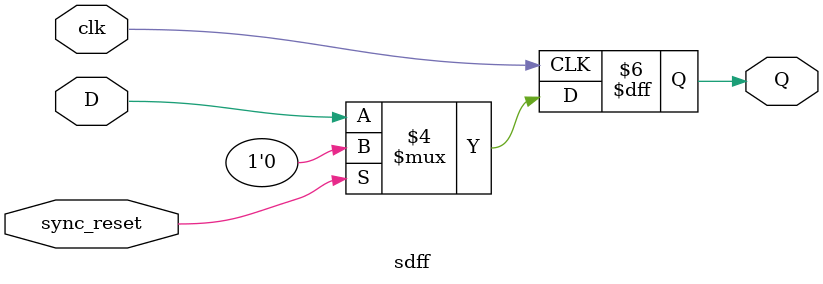
<source format=v>
`timescale 1ns / 1ps


module sdff( 
input D,						
input clk,
input sync_reset, output reg Q);
						
always @(posedge clk) begin
						
    if (sync_reset==1'b1) 
        Q <= 1'b0;
						
    else
        Q <= D;

end
 
endmodule



</source>
